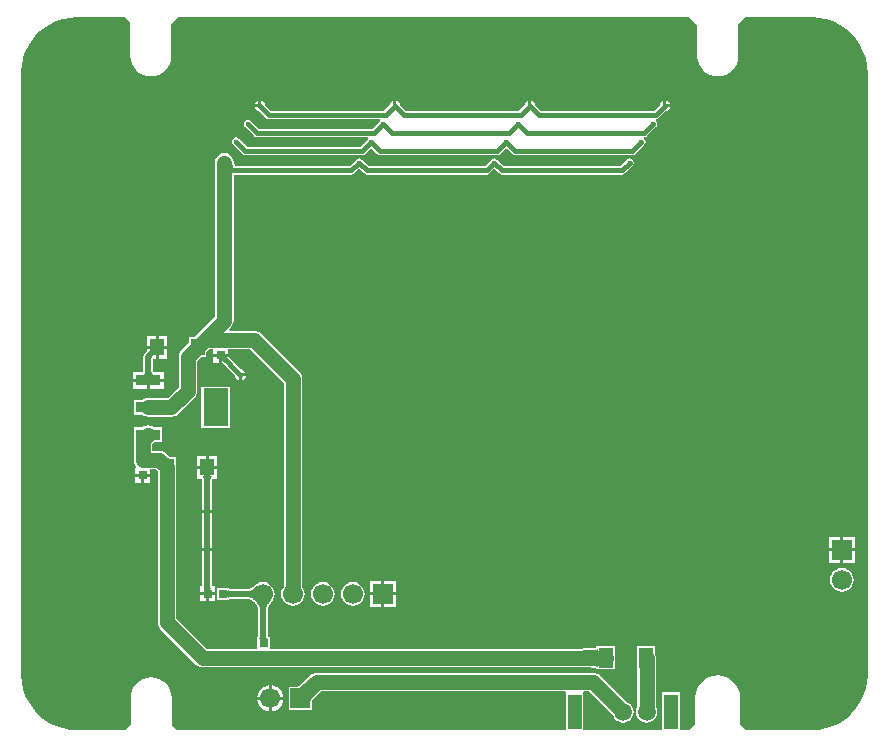
<source format=gtl>
G04*
G04 #@! TF.GenerationSoftware,Altium Limited,Altium Designer,18.1.9 (240)*
G04*
G04 Layer_Physical_Order=1*
G04 Layer_Color=255*
%FSLAX25Y25*%
%MOIN*%
G70*
G01*
G75*
%ADD10C,0.01000*%
%ADD15R,0.03000X0.03000*%
%ADD16R,0.03000X0.03000*%
%ADD17R,0.05000X0.06500*%
%ADD18R,0.04724X0.05512*%
%ADD19R,0.08268X0.12598*%
%ADD20R,0.08268X0.03543*%
%ADD32C,0.05000*%
%ADD33C,0.02000*%
%ADD34C,0.01500*%
%ADD35R,0.06693X0.06693*%
%ADD36C,0.06693*%
%ADD37R,0.06693X0.06693*%
%ADD38C,0.05906*%
%ADD39R,0.04724X0.11811*%
%ADD40C,0.01600*%
G36*
X225254Y20991D02*
Y11318D01*
X225248Y10818D01*
X225238Y10721D01*
X225276Y10332D01*
X225369Y9386D01*
X225759Y8104D01*
X226390Y6921D01*
X227241Y5885D01*
X228277Y5034D01*
X229459Y4403D01*
X230742Y4013D01*
X232076Y3882D01*
X233411Y4013D01*
X234693Y4403D01*
X235876Y5034D01*
X236912Y5885D01*
X237762Y6921D01*
X238394Y8104D01*
X238783Y9386D01*
X238915Y10721D01*
X238899D01*
Y21202D01*
X241275Y23577D01*
X263958D01*
X263976Y23559D01*
X263976Y23559D01*
X263976Y23559D01*
X265927Y23431D01*
X268311Y22956D01*
X270614Y22175D01*
X272795Y21099D01*
X274817Y19748D01*
X276645Y18145D01*
X278248Y16317D01*
X279599Y14295D01*
X280675Y12114D01*
X281456Y9811D01*
X281931Y7427D01*
X282088Y5028D01*
X282082Y5000D01*
X282082Y-195476D01*
X282059Y-195976D01*
X282059D01*
X282059Y-195976D01*
X281931Y-197926D01*
X281456Y-200311D01*
X280675Y-202614D01*
X279599Y-204795D01*
X278248Y-206817D01*
X276645Y-208645D01*
X274817Y-210248D01*
X272795Y-211599D01*
X270614Y-212675D01*
X268311Y-213456D01*
X265927Y-213931D01*
X263780Y-214071D01*
X263751Y-214052D01*
X263400Y-213982D01*
X241380D01*
X239494Y-212096D01*
Y-203291D01*
X239512D01*
X239369Y-201841D01*
X238946Y-200446D01*
X238259Y-199160D01*
X237334Y-198033D01*
X236208Y-197109D01*
X234922Y-196422D01*
X233527Y-195998D01*
X232076Y-195855D01*
X230626Y-195998D01*
X229231Y-196422D01*
X227945Y-197109D01*
X226818Y-198033D01*
X225894Y-199160D01*
X225207Y-200446D01*
X224783Y-201841D01*
X224641Y-203291D01*
X224659D01*
Y-211944D01*
X222520Y-214082D01*
X219604D01*
Y-201494D01*
X213679D01*
Y-214082D01*
X187320D01*
Y-201627D01*
X187320Y-201494D01*
X187640Y-201127D01*
X189205D01*
X197062Y-208984D01*
X197397Y-209792D01*
X197966Y-210534D01*
X198708Y-211103D01*
X199573Y-211461D01*
X200500Y-211583D01*
X201427Y-211461D01*
X202292Y-211103D01*
X203034Y-210534D01*
X203603Y-209792D01*
X203961Y-208927D01*
X204083Y-208000D01*
X203961Y-207073D01*
X203603Y-206208D01*
X203034Y-205466D01*
X202292Y-204897D01*
X201484Y-204562D01*
X192711Y-195789D01*
X192063Y-195292D01*
X191309Y-194980D01*
X190500Y-194873D01*
X190500Y-194873D01*
X98500D01*
X97691Y-194980D01*
X96937Y-195292D01*
X96289Y-195789D01*
X96289Y-195789D01*
X95936Y-196142D01*
X95883Y-196163D01*
X93850Y-198126D01*
X92868Y-198986D01*
X92500Y-199274D01*
X92218Y-199468D01*
X92062Y-199552D01*
X92003Y-199528D01*
X91942Y-199554D01*
X89053D01*
Y-207447D01*
X96947D01*
Y-204558D01*
X96972Y-204497D01*
X96948Y-204438D01*
X97014Y-204315D01*
X99601Y-201361D01*
X99832Y-201127D01*
X181076D01*
X181396Y-201494D01*
X181396Y-201627D01*
Y-214082D01*
X51680D01*
X50023Y-212425D01*
Y-203300D01*
X50038D01*
X49907Y-201966D01*
X49518Y-200683D01*
X48886Y-199501D01*
X48035Y-198465D01*
X46999Y-197614D01*
X45817Y-196982D01*
X44534Y-196593D01*
X43200Y-196462D01*
X41866Y-196593D01*
X40583Y-196982D01*
X39401Y-197614D01*
X38364Y-198465D01*
X37514Y-199501D01*
X36882Y-200683D01*
X36493Y-201966D01*
X36396Y-202947D01*
X36362Y-203300D01*
X36375Y-203436D01*
X36378Y-203934D01*
Y-212124D01*
X34520Y-213982D01*
X18094D01*
X17788Y-214043D01*
X16073Y-213931D01*
X13689Y-213456D01*
X11386Y-212675D01*
X9205Y-211599D01*
X7183Y-210248D01*
X5355Y-208645D01*
X3752Y-206817D01*
X2401Y-204795D01*
X1325Y-202614D01*
X544Y-200311D01*
X69Y-197926D01*
X-88Y-195528D01*
X-82Y-195500D01*
X-82Y4976D01*
X-59Y5476D01*
X-59D01*
X-59Y5476D01*
X69Y7427D01*
X544Y9811D01*
X1325Y12114D01*
X2401Y14295D01*
X3752Y16317D01*
X5355Y18145D01*
X7183Y19748D01*
X9205Y21099D01*
X11386Y22175D01*
X13689Y22956D01*
X16073Y23431D01*
X18223Y23572D01*
X18243Y23558D01*
X18595Y23488D01*
X34514D01*
X36277Y21725D01*
Y10721D01*
X36262D01*
X36393Y9386D01*
X36782Y8104D01*
X37414Y6921D01*
X38265Y5885D01*
X39301Y5034D01*
X40483Y4403D01*
X41766Y4013D01*
X43100Y3882D01*
X44434Y4013D01*
X45717Y4403D01*
X46899Y5034D01*
X47936Y5885D01*
X48786Y6921D01*
X49418Y8104D01*
X49807Y9386D01*
X49938Y10721D01*
X49923D01*
Y21420D01*
X52086Y23582D01*
X222663D01*
X225254Y20991D01*
D02*
G37*
G36*
X99870Y-200166D02*
X99125Y-200918D01*
X96477Y-203942D01*
X96339Y-204198D01*
X96287Y-204383D01*
X96323Y-204497D01*
X92003Y-200178D01*
X92117Y-200213D01*
X92302Y-200161D01*
X92558Y-200023D01*
X92884Y-199798D01*
X93282Y-199487D01*
X94290Y-198604D01*
X96334Y-196630D01*
X99870Y-200166D01*
D02*
G37*
%LPC*%
G36*
X215000Y-4201D02*
Y-5437D01*
X216236D01*
X216196Y-5235D01*
X215798Y-4639D01*
X215202Y-4241D01*
X215000Y-4201D01*
D02*
G37*
G36*
X78937D02*
X78735Y-4241D01*
X78139Y-4639D01*
X77741Y-5235D01*
X77701Y-5437D01*
X78937D01*
Y-4201D01*
D02*
G37*
G36*
X214000D02*
X213798Y-4241D01*
X213202Y-4639D01*
X212804Y-5235D01*
X212692Y-5798D01*
X210867Y-7624D01*
X173112D01*
X171287Y-5798D01*
X171175Y-5235D01*
X170777Y-4639D01*
X170181Y-4241D01*
X169979Y-4201D01*
Y-5937D01*
X168979D01*
Y-4201D01*
X168777Y-4241D01*
X168181Y-4639D01*
X167783Y-5235D01*
X167671Y-5798D01*
X165846Y-7624D01*
X128091D01*
X126266Y-5798D01*
X126154Y-5235D01*
X125756Y-4639D01*
X125160Y-4241D01*
X124958Y-4201D01*
Y-5937D01*
X123958D01*
Y-4201D01*
X123756Y-4241D01*
X123160Y-4639D01*
X122762Y-5235D01*
X122650Y-5798D01*
X120825Y-7624D01*
X83070D01*
X81245Y-5798D01*
X81133Y-5235D01*
X80735Y-4639D01*
X80139Y-4241D01*
X79937Y-4201D01*
Y-5937D01*
X79437D01*
Y-6437D01*
X77701D01*
X77741Y-6639D01*
X78139Y-7235D01*
X78735Y-7633D01*
X79298Y-7745D01*
X81527Y-9973D01*
X81973Y-10272D01*
X82500Y-10376D01*
X119531D01*
X119683Y-10876D01*
X119512Y-10991D01*
X119367Y-11208D01*
X116951Y-13624D01*
X79070D01*
X76654Y-11208D01*
X76509Y-10991D01*
X76046Y-10681D01*
X75500Y-10573D01*
X74954Y-10681D01*
X74491Y-10991D01*
X74181Y-11454D01*
X74073Y-12000D01*
X74181Y-12546D01*
X74491Y-13009D01*
X74708Y-13155D01*
X77527Y-15973D01*
X77973Y-16272D01*
X78500Y-16376D01*
X115500D01*
X115651Y-16876D01*
X115575Y-16928D01*
X115429Y-17145D01*
X112951Y-19624D01*
X75196D01*
X72717Y-17145D01*
X72572Y-16928D01*
X72109Y-16618D01*
X71563Y-16510D01*
X71017Y-16618D01*
X70554Y-16928D01*
X70244Y-17391D01*
X70136Y-17937D01*
X70244Y-18483D01*
X70554Y-18946D01*
X70771Y-19092D01*
X73653Y-21973D01*
X74099Y-22272D01*
X74626Y-22376D01*
X113521D01*
X114048Y-22272D01*
X114494Y-21973D01*
X116584Y-19884D01*
X118674Y-21973D01*
X119120Y-22272D01*
X119647Y-22376D01*
X158542D01*
X159069Y-22272D01*
X159515Y-21973D01*
X161605Y-19884D01*
X163695Y-21973D01*
X164141Y-22272D01*
X164668Y-22376D01*
X203563D01*
X204090Y-22272D01*
X204536Y-21973D01*
X207418Y-19092D01*
X207635Y-18946D01*
X207945Y-18483D01*
X208053Y-17937D01*
X207945Y-17391D01*
X207635Y-16928D01*
X207559Y-16876D01*
X207560Y-16661D01*
X207677Y-16354D01*
X208090Y-16272D01*
X208536Y-15973D01*
X211355Y-13155D01*
X211572Y-13009D01*
X211882Y-12546D01*
X211990Y-12000D01*
X211882Y-11454D01*
X211572Y-10991D01*
X211401Y-10876D01*
X211421Y-10602D01*
X211526Y-10359D01*
X211964Y-10272D01*
X212410Y-9973D01*
X214639Y-7745D01*
X215202Y-7633D01*
X215798Y-7235D01*
X216196Y-6639D01*
X216236Y-6437D01*
X214500D01*
Y-5937D01*
X214000D01*
Y-4201D01*
D02*
G37*
G36*
X67626Y-21747D02*
X66817Y-21854D01*
X66063Y-22166D01*
X65415Y-22663D01*
X64918Y-23311D01*
X64606Y-24065D01*
X64499Y-24874D01*
Y-76272D01*
X58982Y-81789D01*
X58982Y-81789D01*
X57627Y-83144D01*
X55731D01*
Y-85040D01*
X53289Y-87482D01*
X52792Y-88130D01*
X52480Y-88884D01*
X52373Y-89693D01*
X52373Y-89693D01*
Y-99705D01*
X48705Y-103373D01*
X42279D01*
X41470Y-103480D01*
X40716Y-103792D01*
X40278Y-104128D01*
X37546D01*
Y-108872D01*
X40278D01*
X40716Y-109208D01*
X41470Y-109520D01*
X42279Y-109627D01*
X50000D01*
X50000Y-109627D01*
X50809Y-109520D01*
X51563Y-109208D01*
X52211Y-108711D01*
X57711Y-103211D01*
X57711Y-103211D01*
X58208Y-102563D01*
X58520Y-101809D01*
X58627Y-101000D01*
Y-90988D01*
X59759Y-89856D01*
X61655D01*
Y-87960D01*
X62488Y-87127D01*
X64000D01*
Y-88618D01*
X66500D01*
X67855D01*
X67988Y-88485D01*
X67903Y-88601D01*
X67898Y-88618D01*
X69000D01*
Y-87127D01*
X76205D01*
X87373Y-98295D01*
Y-166269D01*
X87053Y-166686D01*
X86655Y-167646D01*
X86519Y-168676D01*
X86655Y-169707D01*
X87053Y-170667D01*
X87685Y-171491D01*
X88510Y-172124D01*
X89470Y-172521D01*
X90500Y-172657D01*
X91530Y-172521D01*
X92490Y-172124D01*
X93315Y-171491D01*
X93947Y-170667D01*
X94345Y-169707D01*
X94481Y-168676D01*
X94345Y-167646D01*
X93947Y-166686D01*
X93627Y-166269D01*
Y-97000D01*
X93520Y-96191D01*
X93208Y-95437D01*
X92711Y-94789D01*
X92711Y-94789D01*
X79711Y-81789D01*
X79063Y-81292D01*
X78309Y-80980D01*
X77500Y-80873D01*
X77500Y-80873D01*
X69395D01*
X69204Y-80411D01*
X69837Y-79778D01*
X69837Y-79778D01*
X70334Y-79130D01*
X70646Y-78376D01*
X70753Y-77567D01*
Y-28876D01*
X110021D01*
X110548Y-28772D01*
X110994Y-28473D01*
X112647Y-26821D01*
X114300Y-28473D01*
X114300Y-28473D01*
X114746Y-28772D01*
X115273Y-28877D01*
X115273Y-28876D01*
X155042D01*
X155569Y-28772D01*
X156015Y-28473D01*
X157668Y-26821D01*
X159321Y-28473D01*
X159321Y-28473D01*
X159767Y-28772D01*
X160294Y-28877D01*
X160294Y-28876D01*
X200063D01*
X200590Y-28772D01*
X201036Y-28473D01*
X203481Y-26029D01*
X203698Y-25883D01*
X204008Y-25420D01*
X204116Y-24874D01*
X204008Y-24328D01*
X203698Y-23865D01*
X203235Y-23555D01*
X202689Y-23447D01*
X202143Y-23555D01*
X201680Y-23865D01*
X201534Y-24082D01*
X199493Y-26124D01*
X160864D01*
X158823Y-24082D01*
X158677Y-23865D01*
X158214Y-23555D01*
X157668Y-23447D01*
X157122Y-23555D01*
X156659Y-23865D01*
X156513Y-24082D01*
X154472Y-26124D01*
X115843D01*
X113802Y-24082D01*
X113656Y-23865D01*
X113193Y-23555D01*
X112647Y-23447D01*
X112101Y-23555D01*
X111638Y-23865D01*
X111492Y-24082D01*
X109451Y-26124D01*
X71080D01*
X71043Y-26001D01*
X70800Y-24812D01*
X70745Y-24439D01*
X70681Y-24332D01*
X70646Y-24065D01*
X70334Y-23311D01*
X69837Y-22663D01*
X69189Y-22166D01*
X68435Y-21854D01*
X67626Y-21747D01*
D02*
G37*
G36*
X48669Y-82744D02*
X45807D01*
Y-86000D01*
X48669D01*
Y-82744D01*
D02*
G37*
G36*
X44807D02*
X41945D01*
Y-86000D01*
X44807D01*
Y-82744D01*
D02*
G37*
G36*
X48669Y-87000D02*
X45807D01*
Y-90256D01*
X48669D01*
Y-87000D01*
D02*
G37*
G36*
X66000Y-89618D02*
X64000D01*
Y-91618D01*
X66000D01*
Y-90516D01*
X65983Y-90521D01*
X65867Y-90606D01*
X66000Y-90473D01*
Y-89618D01*
D02*
G37*
G36*
X69017D02*
X68195D01*
X68285Y-89747D01*
X68497Y-90012D01*
X69049Y-90606D01*
X67988Y-91667D01*
X67680Y-91370D01*
X67129Y-90903D01*
X67000Y-90813D01*
Y-91645D01*
X67245Y-91852D01*
X67537Y-92134D01*
X67590Y-92155D01*
X71192Y-95757D01*
X71304Y-96320D01*
X71702Y-96916D01*
X72298Y-97314D01*
X72500Y-97354D01*
Y-95618D01*
X73000D01*
Y-95118D01*
X74736D01*
X74696Y-94916D01*
X74298Y-94320D01*
X73702Y-93923D01*
X73139Y-93810D01*
X69543Y-90215D01*
X69525Y-90164D01*
X69017Y-89618D01*
D02*
G37*
G36*
X44807Y-87000D02*
X41945D01*
Y-87555D01*
X41126Y-88374D01*
X40772Y-88903D01*
X40648Y-89528D01*
Y-93628D01*
X40630Y-93668D01*
X40621Y-94031D01*
X40595Y-94328D01*
X40554Y-94574D01*
X40527Y-94673D01*
X37146D01*
Y-96945D01*
X42279D01*
X47413D01*
Y-94673D01*
X44032D01*
X44005Y-94574D01*
X43964Y-94328D01*
X43938Y-94031D01*
X43929Y-93668D01*
X43911Y-93628D01*
Y-90256D01*
X44807D01*
Y-87000D01*
D02*
G37*
G36*
X74736Y-96118D02*
X73500D01*
Y-97354D01*
X73702Y-97314D01*
X74298Y-96916D01*
X74696Y-96320D01*
X74736Y-96118D01*
D02*
G37*
G36*
X47413Y-97945D02*
X42779D01*
Y-100216D01*
X47413D01*
Y-97945D01*
D02*
G37*
G36*
X41780D02*
X37146D01*
Y-100216D01*
X41780D01*
Y-97945D01*
D02*
G37*
G36*
X69454Y-99601D02*
X59987D01*
Y-113399D01*
X69454D01*
Y-99601D01*
D02*
G37*
G36*
X65248Y-122744D02*
X62386D01*
Y-126000D01*
X65248D01*
Y-122744D01*
D02*
G37*
G36*
X61386D02*
X58524D01*
Y-126000D01*
X61386D01*
Y-122744D01*
D02*
G37*
G36*
X43000Y-129618D02*
X41000D01*
Y-131618D01*
X43000D01*
Y-129618D01*
D02*
G37*
G36*
X40000D02*
X38000D01*
Y-131618D01*
X40000D01*
Y-129618D01*
D02*
G37*
G36*
X65248Y-127000D02*
X58524D01*
Y-130256D01*
X60132D01*
X60160Y-130362D01*
X60201Y-130606D01*
X60227Y-130901D01*
X60237Y-131261D01*
X60255Y-131301D01*
Y-140402D01*
X60190Y-140498D01*
X60150Y-140700D01*
X63622D01*
X63581Y-140498D01*
X63517Y-140402D01*
Y-131301D01*
X63535Y-131261D01*
X63544Y-130901D01*
X63571Y-130606D01*
X63611Y-130362D01*
X63640Y-130256D01*
X65248D01*
Y-127000D01*
D02*
G37*
G36*
X63622Y-141700D02*
X60150D01*
X60190Y-141902D01*
X60255Y-141998D01*
Y-152984D01*
X60245Y-152998D01*
X60205Y-153200D01*
X63676D01*
X63636Y-152998D01*
X63517Y-152820D01*
Y-141998D01*
X63581Y-141902D01*
X63622Y-141700D01*
D02*
G37*
G36*
X277847Y-149653D02*
X274000D01*
Y-153500D01*
X277847D01*
Y-149653D01*
D02*
G37*
G36*
X273000D02*
X269153D01*
Y-153500D01*
X273000D01*
Y-149653D01*
D02*
G37*
G36*
X277847Y-154500D02*
X274000D01*
Y-158346D01*
X277847D01*
Y-154500D01*
D02*
G37*
G36*
X273000D02*
X269153D01*
Y-158346D01*
X273000D01*
Y-154500D01*
D02*
G37*
G36*
X273500Y-160020D02*
X272470Y-160155D01*
X271510Y-160553D01*
X270685Y-161185D01*
X270053Y-162010D01*
X269655Y-162970D01*
X269519Y-164000D01*
X269655Y-165030D01*
X270053Y-165990D01*
X270685Y-166815D01*
X271510Y-167447D01*
X272470Y-167845D01*
X273500Y-167981D01*
X274530Y-167845D01*
X275490Y-167447D01*
X276315Y-166815D01*
X276947Y-165990D01*
X277345Y-165030D01*
X277481Y-164000D01*
X277345Y-162970D01*
X276947Y-162010D01*
X276315Y-161185D01*
X275490Y-160553D01*
X274530Y-160155D01*
X273500Y-160020D01*
D02*
G37*
G36*
X124846Y-164330D02*
X121000D01*
Y-168176D01*
X124846D01*
Y-164330D01*
D02*
G37*
G36*
X63676Y-154200D02*
X60205D01*
X60245Y-154402D01*
X60255Y-154416D01*
Y-165141D01*
X60236Y-165184D01*
X60234Y-165556D01*
X60214Y-166170D01*
X60214Y-166176D01*
X59617D01*
Y-168176D01*
X64617D01*
Y-166176D01*
X63606D01*
X63594Y-166118D01*
X63542Y-165533D01*
X63535Y-165176D01*
X63517Y-165135D01*
Y-154580D01*
X63636Y-154402D01*
X63676Y-154200D01*
D02*
G37*
G36*
X120000Y-164330D02*
X116154D01*
Y-168176D01*
X120000D01*
Y-164330D01*
D02*
G37*
G36*
X64617Y-169176D02*
X62617D01*
Y-171177D01*
X64617D01*
Y-169176D01*
D02*
G37*
G36*
X61617D02*
X59617D01*
Y-171177D01*
X61617D01*
Y-169176D01*
D02*
G37*
G36*
X110500Y-164696D02*
X109470Y-164832D01*
X108510Y-165229D01*
X107685Y-165862D01*
X107053Y-166686D01*
X106655Y-167646D01*
X106519Y-168676D01*
X106655Y-169707D01*
X107053Y-170667D01*
X107685Y-171491D01*
X108510Y-172124D01*
X109470Y-172521D01*
X110500Y-172657D01*
X111530Y-172521D01*
X112490Y-172124D01*
X113315Y-171491D01*
X113947Y-170667D01*
X114345Y-169707D01*
X114480Y-168676D01*
X114345Y-167646D01*
X113947Y-166686D01*
X113315Y-165862D01*
X112490Y-165229D01*
X111530Y-164832D01*
X110500Y-164696D01*
D02*
G37*
G36*
X100500D02*
X99470Y-164832D01*
X98510Y-165229D01*
X97685Y-165862D01*
X97053Y-166686D01*
X96655Y-167646D01*
X96520Y-168676D01*
X96655Y-169707D01*
X97053Y-170667D01*
X97685Y-171491D01*
X98510Y-172124D01*
X99470Y-172521D01*
X100500Y-172657D01*
X101530Y-172521D01*
X102490Y-172124D01*
X103315Y-171491D01*
X103947Y-170667D01*
X104345Y-169707D01*
X104481Y-168676D01*
X104345Y-167646D01*
X103947Y-166686D01*
X103315Y-165862D01*
X102490Y-165229D01*
X101530Y-164832D01*
X100500Y-164696D01*
D02*
G37*
G36*
X124846Y-169176D02*
X121000D01*
Y-173023D01*
X124846D01*
Y-169176D01*
D02*
G37*
G36*
X120000D02*
X116154D01*
Y-173023D01*
X120000D01*
Y-169176D01*
D02*
G37*
G36*
X42279Y-112428D02*
X41470Y-112535D01*
X40716Y-112847D01*
X40278Y-113183D01*
X37546D01*
Y-116366D01*
X37480Y-116525D01*
X37373Y-117335D01*
X37373Y-117335D01*
Y-124000D01*
X37480Y-124809D01*
X37792Y-125563D01*
X38218Y-126118D01*
X38070Y-126618D01*
X38000D01*
Y-128618D01*
X40500D01*
X43000D01*
Y-127127D01*
X44705D01*
X45373Y-127795D01*
Y-178000D01*
X45373Y-178000D01*
X45480Y-178809D01*
X45792Y-179563D01*
X46289Y-180211D01*
X58289Y-192211D01*
X58289Y-192211D01*
X58937Y-192708D01*
X59691Y-193020D01*
X60500Y-193127D01*
X187199D01*
X187251Y-193149D01*
X189036Y-193179D01*
X190402Y-193265D01*
X190916Y-193327D01*
X191318Y-193400D01*
X191594Y-193475D01*
X191650Y-193500D01*
Y-193850D01*
X192172D01*
X192262Y-193887D01*
X192352Y-193850D01*
X197850D01*
Y-190203D01*
X197877Y-190000D01*
X197850Y-189797D01*
Y-186150D01*
X192352D01*
X192262Y-186113D01*
X192172Y-186150D01*
X191650D01*
Y-186500D01*
X191593Y-186525D01*
X191318Y-186600D01*
X190934Y-186670D01*
X188189Y-186843D01*
X187257Y-186851D01*
X187203Y-186873D01*
X82809D01*
Y-183698D01*
X82839Y-183648D01*
X82827Y-183599D01*
X82846Y-183551D01*
X82809Y-183461D01*
Y-182939D01*
X82344D01*
X82330Y-182931D01*
X82326Y-182925D01*
X82288Y-182834D01*
X82244Y-182682D01*
X82207Y-182483D01*
X82156Y-181897D01*
X82149Y-181539D01*
X82131Y-181498D01*
Y-173944D01*
X82149Y-173907D01*
X82161Y-173639D01*
X82193Y-173404D01*
X82247Y-173171D01*
X82323Y-172939D01*
X82422Y-172707D01*
X82546Y-172474D01*
X82694Y-172239D01*
X82868Y-172004D01*
X83069Y-171767D01*
X83310Y-171517D01*
X83327Y-171476D01*
X83947Y-170667D01*
X84345Y-169707D01*
X84481Y-168676D01*
X84345Y-167646D01*
X83947Y-166686D01*
X83315Y-165862D01*
X82490Y-165229D01*
X81530Y-164832D01*
X80500Y-164696D01*
X79470Y-164832D01*
X78510Y-165229D01*
X77701Y-165850D01*
X77660Y-165866D01*
X77409Y-166107D01*
X77173Y-166308D01*
X76937Y-166482D01*
X76703Y-166631D01*
X76469Y-166754D01*
X76237Y-166853D01*
X76005Y-166929D01*
X75772Y-166983D01*
X75537Y-167016D01*
X75269Y-167028D01*
X75232Y-167045D01*
X70773D01*
X70731Y-167027D01*
X70367Y-167022D01*
X69765Y-166986D01*
X69549Y-166957D01*
X69380Y-166924D01*
X69335Y-166910D01*
Y-166577D01*
X68813D01*
X68723Y-166539D01*
X68657Y-166567D01*
X68586Y-166554D01*
X68553Y-166577D01*
X65135D01*
Y-170776D01*
X68553D01*
X68586Y-170799D01*
X68657Y-170786D01*
X68723Y-170814D01*
X68813Y-170776D01*
X69335D01*
Y-170443D01*
X69380Y-170430D01*
X69533Y-170399D01*
X70373Y-170331D01*
X70731Y-170326D01*
X70773Y-170308D01*
X75232D01*
X75269Y-170325D01*
X75537Y-170337D01*
X75772Y-170370D01*
X76005Y-170423D01*
X76237Y-170500D01*
X76469Y-170599D01*
X76703Y-170722D01*
X76937Y-170870D01*
X77173Y-171045D01*
X77409Y-171246D01*
X77660Y-171487D01*
X77681Y-171495D01*
X77690Y-171517D01*
X77931Y-171767D01*
X78132Y-172004D01*
X78306Y-172239D01*
X78454Y-172474D01*
X78578Y-172707D01*
X78677Y-172939D01*
X78753Y-173171D01*
X78807Y-173404D01*
X78839Y-173639D01*
X78851Y-173907D01*
X78869Y-173944D01*
Y-181500D01*
X78851Y-181541D01*
X78840Y-182247D01*
X78808Y-182775D01*
X78789Y-182939D01*
X78609D01*
Y-183461D01*
X78571Y-183551D01*
X78609Y-183642D01*
Y-186873D01*
X61795D01*
X51627Y-176705D01*
Y-126500D01*
X51520Y-125691D01*
X51462Y-125551D01*
Y-123144D01*
X49566D01*
X48211Y-121789D01*
X47563Y-121292D01*
X46809Y-120980D01*
X46000Y-120873D01*
X46000Y-120873D01*
X43627D01*
Y-118630D01*
X44330Y-117927D01*
X47013D01*
Y-113183D01*
X44281D01*
X43843Y-112847D01*
X43089Y-112535D01*
X42279Y-112428D01*
D02*
G37*
G36*
X83500Y-199182D02*
Y-203000D01*
X87318D01*
X87235Y-202365D01*
X86797Y-201308D01*
X86100Y-200400D01*
X85192Y-199703D01*
X84135Y-199265D01*
X83500Y-199182D01*
D02*
G37*
G36*
X82500D02*
X81865Y-199265D01*
X80808Y-199703D01*
X79900Y-200400D01*
X79203Y-201308D01*
X78765Y-202365D01*
X78682Y-203000D01*
X82500D01*
Y-199182D01*
D02*
G37*
G36*
X87318Y-204000D02*
X83500D01*
Y-207818D01*
X84135Y-207735D01*
X85192Y-207297D01*
X86100Y-206600D01*
X86797Y-205692D01*
X87235Y-204635D01*
X87318Y-204000D01*
D02*
G37*
G36*
X82500D02*
X78682D01*
X78765Y-204635D01*
X79203Y-205692D01*
X79900Y-206600D01*
X80808Y-207297D01*
X81865Y-207735D01*
X82500Y-207818D01*
Y-204000D01*
D02*
G37*
G36*
X211350Y-186150D02*
X205150D01*
Y-189797D01*
X205123Y-190000D01*
X205150Y-190203D01*
Y-193850D01*
X205247D01*
Y-206264D01*
X204912Y-207072D01*
X204790Y-208000D01*
X204912Y-208927D01*
X205270Y-209791D01*
X205840Y-210533D01*
X206582Y-211103D01*
X207446Y-211461D01*
X208374Y-211583D01*
X209301Y-211461D01*
X210165Y-211103D01*
X210908Y-210533D01*
X211477Y-209791D01*
X211835Y-208927D01*
X211957Y-208000D01*
X211835Y-207072D01*
X211501Y-206264D01*
Y-190124D01*
X211501Y-190124D01*
X211394Y-189314D01*
X211350Y-189208D01*
Y-186150D01*
D02*
G37*
%LPD*%
G36*
X70160Y-24924D02*
X70413Y-26161D01*
X70482Y-26388D01*
X70554Y-26583D01*
X70627Y-26744D01*
X70704Y-26873D01*
X70782Y-26970D01*
X69722Y-28030D01*
X69626Y-27952D01*
X69497Y-27876D01*
X69335Y-27802D01*
X69140Y-27730D01*
X68913Y-27661D01*
X68360Y-27530D01*
X67676Y-27408D01*
X67285Y-27351D01*
X70103Y-24533D01*
X70160Y-24924D01*
D02*
G37*
G36*
X43290Y-94068D02*
X43319Y-94410D01*
X43369Y-94711D01*
X43439Y-94973D01*
X43529Y-95194D01*
X43639Y-95375D01*
X43769Y-95516D01*
X43920Y-95617D01*
X44089Y-95677D01*
X44280Y-95697D01*
X40279D01*
X40470Y-95677D01*
X40639Y-95617D01*
X40789Y-95516D01*
X40920Y-95375D01*
X41030Y-95194D01*
X41120Y-94973D01*
X41190Y-94711D01*
X41240Y-94410D01*
X41269Y-94068D01*
X41280Y-93685D01*
X43279D01*
X43290Y-94068D01*
D02*
G37*
G36*
X63696Y-129264D02*
X63526Y-129324D01*
X63376Y-129424D01*
X63246Y-129564D01*
X63136Y-129744D01*
X63046Y-129964D01*
X62976Y-130224D01*
X62926Y-130524D01*
X62896Y-130864D01*
X62886Y-131244D01*
X60886D01*
X60876Y-130864D01*
X60846Y-130524D01*
X60796Y-130224D01*
X60726Y-129964D01*
X60636Y-129744D01*
X60526Y-129564D01*
X60396Y-129424D01*
X60246Y-129324D01*
X60076Y-129264D01*
X59886Y-129244D01*
X63886D01*
X63696Y-129264D01*
D02*
G37*
G36*
X62893Y-165568D02*
X62950Y-166209D01*
X63001Y-166469D01*
X63066Y-166689D01*
X63145Y-166868D01*
X63238Y-167008D01*
X63346Y-167109D01*
X63468Y-167168D01*
X63605Y-167189D01*
X60629D01*
X60678Y-167168D01*
X60721Y-167109D01*
X60760Y-167008D01*
X60793Y-166868D01*
X60822Y-166689D01*
X60863Y-166209D01*
X60883Y-165568D01*
X60886Y-165189D01*
X62886D01*
X62893Y-165568D01*
D02*
G37*
G36*
X68743Y-167281D02*
X68803Y-167364D01*
X68903Y-167437D01*
X69043Y-167501D01*
X69223Y-167554D01*
X69443Y-167598D01*
X69703Y-167633D01*
X70343Y-167672D01*
X70723Y-167676D01*
Y-169676D01*
X70343Y-169681D01*
X69443Y-169755D01*
X69223Y-169799D01*
X69043Y-169852D01*
X68903Y-169916D01*
X68803Y-169989D01*
X68743Y-170072D01*
X68723Y-170165D01*
Y-167189D01*
X68743Y-167281D01*
D02*
G37*
G36*
X78110Y-171019D02*
X77845Y-170764D01*
X77577Y-170536D01*
X77304Y-170334D01*
X77029Y-170160D01*
X76749Y-170012D01*
X76466Y-169891D01*
X76180Y-169797D01*
X75890Y-169730D01*
X75596Y-169690D01*
X75299Y-169676D01*
Y-167676D01*
X75596Y-167663D01*
X75890Y-167623D01*
X76180Y-167556D01*
X76466Y-167462D01*
X76749Y-167341D01*
X77029Y-167193D01*
X77304Y-167019D01*
X77577Y-166817D01*
X77845Y-166589D01*
X78110Y-166334D01*
Y-171019D01*
D02*
G37*
G36*
X82587Y-171331D02*
X82359Y-171600D01*
X82158Y-171872D01*
X81983Y-172148D01*
X81836Y-172427D01*
X81715Y-172710D01*
X81621Y-172997D01*
X81554Y-173287D01*
X81513Y-173581D01*
X81500Y-173878D01*
X79500D01*
X79487Y-173581D01*
X79446Y-173287D01*
X79379Y-172997D01*
X79285Y-172710D01*
X79164Y-172427D01*
X79017Y-172148D01*
X78842Y-171872D01*
X78641Y-171600D01*
X78412Y-171331D01*
X78158Y-171066D01*
X82842D01*
X82587Y-171331D01*
D02*
G37*
G36*
X81507Y-181931D02*
X81563Y-182571D01*
X81612Y-182831D01*
X81674Y-183051D01*
X81751Y-183231D01*
X81841Y-183371D01*
X81946Y-183471D01*
X82064Y-183531D01*
X82197Y-183551D01*
X79221D01*
X79274Y-183531D01*
X79321Y-183471D01*
X79363Y-183371D01*
X79399Y-183231D01*
X79430Y-183051D01*
X79455Y-182831D01*
X79489Y-182271D01*
X79500Y-181551D01*
X81500D01*
X81507Y-181931D01*
D02*
G37*
G36*
X192262Y-193238D02*
X192212Y-193098D01*
X192062Y-192972D01*
X191812Y-192862D01*
X191462Y-192766D01*
X191012Y-192684D01*
X190462Y-192618D01*
X189062Y-192529D01*
X187262Y-192500D01*
Y-187500D01*
X188212Y-187493D01*
X191012Y-187315D01*
X191462Y-187234D01*
X191812Y-187138D01*
X192062Y-187028D01*
X192212Y-186902D01*
X192262Y-186762D01*
Y-193238D01*
D02*
G37*
D10*
X67059Y-168500D02*
X67235Y-168676D01*
D15*
X80709Y-190157D02*
D03*
Y-185039D02*
D03*
X66500Y-89118D02*
D03*
Y-84000D02*
D03*
X40500Y-129118D02*
D03*
Y-124000D02*
D03*
D16*
X67235Y-168676D02*
D03*
X62117D02*
D03*
D17*
X194750Y-190000D02*
D03*
X208250D02*
D03*
D18*
X58693Y-86500D02*
D03*
X45307D02*
D03*
X48500Y-126500D02*
D03*
X61886D02*
D03*
D19*
X64720Y-106500D02*
D03*
D20*
X42279Y-115555D02*
D03*
Y-106500D02*
D03*
Y-97445D02*
D03*
D32*
X61193Y-84000D02*
X67626Y-77567D01*
X77500Y-84000D02*
X90500Y-97000D01*
Y-168676D02*
Y-97000D01*
X58693Y-86500D02*
X61193Y-84000D01*
X67626Y-77567D02*
Y-24874D01*
X66500Y-84000D02*
X77500D01*
X48500Y-178000D02*
Y-126500D01*
Y-178000D02*
X60500Y-190000D01*
X61193Y-84000D02*
X66500D01*
X55500Y-89693D02*
X58693Y-86500D01*
X55500Y-101000D02*
Y-89693D01*
X50000Y-106500D02*
X55500Y-101000D01*
X42279Y-106500D02*
X50000D01*
X40500Y-117335D02*
X42279Y-115555D01*
X40500Y-124000D02*
Y-117335D01*
Y-124000D02*
X46000D01*
X48500Y-126500D01*
X60500Y-190000D02*
X194750D01*
X208250D02*
X208374Y-190124D01*
Y-208000D02*
Y-190124D01*
X190500Y-198000D02*
X200500Y-208000D01*
X98500Y-198000D02*
X190500D01*
X93000Y-203500D02*
X98500Y-198000D01*
D33*
X80500Y-184831D02*
X80709Y-185039D01*
X80500Y-184831D02*
Y-168676D01*
X67235D02*
X80500D01*
X61886Y-167745D02*
Y-126500D01*
Y-167745D02*
X62641Y-168500D01*
X61886Y-126500D02*
X61941Y-126555D01*
X42279Y-89528D02*
X45307Y-86500D01*
X42279Y-97445D02*
Y-89528D01*
D34*
X66500Y-89118D02*
X73000Y-95618D01*
X211437Y-9000D02*
X214500Y-5937D01*
X172542Y-9000D02*
X211437D01*
X169479Y-5937D02*
X172542Y-9000D01*
X207563Y-15000D02*
X210563Y-12000D01*
X168542Y-15000D02*
X207563D01*
X165542Y-12000D02*
X168542Y-15000D01*
X203563Y-21000D02*
X206626Y-17937D01*
X164668Y-21000D02*
X203563D01*
X161605Y-17937D02*
X164668Y-21000D01*
X200063Y-27500D02*
X202689Y-24874D01*
X160294Y-27500D02*
X200063D01*
X157668Y-24874D02*
X160294Y-27500D01*
X166416Y-9000D02*
X169479Y-5937D01*
X127521Y-9000D02*
X166416D01*
X124458Y-5937D02*
X127521Y-9000D01*
X162542Y-15000D02*
X165542Y-12000D01*
X123521Y-15000D02*
X162542D01*
X120521Y-12000D02*
X123521Y-15000D01*
X158542Y-21000D02*
X161605Y-17937D01*
X119647Y-21000D02*
X158542D01*
X116584Y-17937D02*
X119647Y-21000D01*
X155042Y-27500D02*
X157668Y-24874D01*
X115273Y-27500D02*
X155042D01*
X112647Y-24874D02*
X115273Y-27500D01*
X110021D02*
X112647Y-24874D01*
X70252Y-27500D02*
X110021D01*
X67626Y-24874D02*
X70252Y-27500D01*
X113521Y-21000D02*
X116584Y-17937D01*
X74626Y-21000D02*
X113521D01*
X71563Y-17937D02*
X74626Y-21000D01*
X117521Y-15000D02*
X120521Y-12000D01*
X78500Y-15000D02*
X117521D01*
X75500Y-12000D02*
X78500Y-15000D01*
X121395Y-9000D02*
X124458Y-5937D01*
X82500Y-9000D02*
X121395D01*
X79437Y-5937D02*
X82500Y-9000D01*
D35*
X273500Y-154000D02*
D03*
D36*
Y-164000D02*
D03*
X83000Y-203500D02*
D03*
X80500Y-168676D02*
D03*
X90500D02*
D03*
X100500D02*
D03*
X110500D02*
D03*
D37*
X93000Y-203500D02*
D03*
X120500Y-168676D02*
D03*
D38*
X208374Y-208000D02*
D03*
X200500Y-208000D02*
D03*
D39*
X216641Y-208000D02*
D03*
X184358D02*
D03*
D40*
X61941Y-153700D02*
D03*
X61886Y-141200D02*
D03*
X73000Y-95618D02*
D03*
X214500Y-5937D02*
D03*
X210563Y-12000D02*
D03*
X206626Y-17937D02*
D03*
X202689Y-24874D02*
D03*
X169479Y-5937D02*
D03*
X165542Y-12000D02*
D03*
X161605Y-17937D02*
D03*
X157668Y-24874D02*
D03*
X71563Y-17937D02*
D03*
X79437Y-5937D02*
D03*
X75500Y-12000D02*
D03*
X124458Y-5937D02*
D03*
X120521Y-12000D02*
D03*
X116584Y-17937D02*
D03*
X112647Y-24874D02*
D03*
X67626D02*
D03*
M02*

</source>
